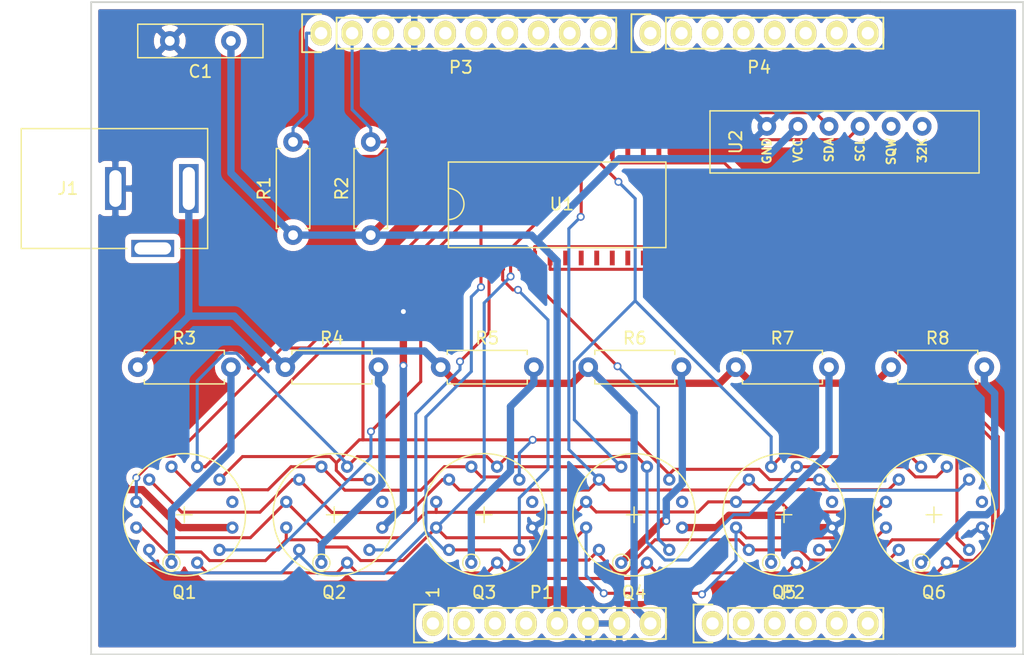
<source format=kicad_pcb>
(kicad_pcb (version 20171130) (host pcbnew "(5.1.6)-1")
  (title_block (date "lun. 30 mars 2015"))
  (layers (0 F.Cu signal) (31 B.Cu signal) (34 B.Paste user) (35 F.Paste user) (36 B.SilkS user) (37 F.SilkS user) (38 B.Mask user) (39 F.Mask user) (44 Edge.Cuts user))
  (net 0 "")
  (net 1 +5V)
  (net 2 GND)
  (net 3 "/A4(SDA)")
  (net 4 "/A5(SCL)")
  (net 5 /c)
  (net 6 /d)
  (net 7 /e)
  (net 8 /f)
  (net 9 /g)
  (net 10 /a)
  (net 11 /b)
  (net 12 "Net-(Q1-Pad3)")
  (net 13 /dp)
  (net 14 "Net-(Q1-Pad1)")
  (net 15 "Net-(Q2-Pad3)")
  (net 16 "Net-(Q2-Pad1)")
  (net 17 "Net-(Q3-Pad3)")
  (net 18 "Net-(Q3-Pad1)")
  (net 19 "Net-(Q4-Pad3)")
  (net 20 "Net-(Q4-Pad1)")
  (net 21 +12V)
  (net 22 "Net-(Q5-Pad3)")
  (net 23 "Net-(Q5-Pad1)")
  (net 24 "Net-(Q6-Pad3)")
  (net 25 "Net-(Q6-Pad1)")
  (module "#MyFootPrints:RTC_DS3231_Vertical" (layer F.Cu) (at 172.593 86.995)
    (fp_text reference U2 (at -8.89 -2.54 90) (layer F.SilkS))
    (fp_text value RTC_DS3231)
    (fp_text user GND (at -6.35 -1.79 90) (layer F.SilkS) (effects (font (size 0.7 0.7))))
    (fp_text user VCC (at -3.81 -1.856667 90) (layer F.SilkS) (effects (font (size 0.7 0.7))))
    (fp_text user SDA (at -1.27 -1.873333 90) (layer F.SilkS) (effects (font (size 0.7 0.7))))
    (fp_text user SCL (at 1.27 -1.89 90) (layer F.SilkS) (effects (font (size 0.7 0.7))))
    (fp_text user SQW (at 3.81 -1.756667 90) (layer F.SilkS) (effects (font (size 0.7 0.7))))
    (fp_text user 32K (at 6.35 -1.84 90) (layer F.SilkS) (effects (font (size 0.7 0.7))))
    (pad 2 thru_hole circle (at -3.81 -3.81) (size 1.524 1.524) (drill 0.762) (layers *.Cu *.Mask) (net 1 +5V))
    (pad 5 thru_hole circle (at 3.81 -3.81) (size 1.524 1.524) (drill 0.762) (layers *.Cu *.Mask))
    (pad 1 thru_hole circle (at -6.35 -3.81) (size 1.524 1.524) (drill 0.762) (layers *.Cu *.Mask) (net 2 GND))
    (pad 4 thru_hole circle (at 1.27 -3.81) (size 1.524 1.524) (drill 0.762) (layers *.Cu *.Mask) (net 4 "/A5(SCL)"))
    (pad 6 thru_hole circle (at 6.35 -3.81) (size 1.524 1.524) (drill 0.762) (layers *.Cu *.Mask))
    (pad 3 thru_hole circle (at -1.27 -3.81) (size 1.524 1.524) (drill 0.762) (layers *.Cu *.Mask) (net 3 "/A4(SDA)"))
  )
  (module "#MyFootPrints:DCJack_MJ-179PH" (layer F.Cu) (at 105.283 88.265)
    (fp_text reference J1 (at 3.81 0) (layer F.SilkS))
    (fp_text value Barrel_Jack_MountingPin)
    (pad MP thru_hole rect (at 10.75 4.9) (size 3.5 1.4) (drill oval 3 1) (layers *.Cu *.Mask))
    (pad 1 thru_hole rect (at 13.7 0) (size 1.6 4) (drill oval 1 3.5) (layers *.Cu *.Mask) (net 21 +12V))
    (pad 2 thru_hole rect (at 7.7 0) (size 1.7 3.5) (drill oval 1 3) (layers *.Cu *.Mask) (net 2 GND))
  )
  (module Resistor_THT:R_Axial_DIN0207_L6.3mm_D2.5mm_P7.62mm_Horizontal (layer F.Cu) (at 176.403 102.87)
    (fp_text reference R8 (at 3.81 -2.37) (layer F.SilkS))
    (fp_text value 560)
    (pad 2 thru_hole oval (at 7.62 0) (size 1.6 1.6) (drill 0.8) (layers *.Cu *.Mask) (net 25 "Net-(Q6-Pad1)"))
    (pad 1 thru_hole circle (at 0 0) (size 1.6 1.6) (drill 0.8) (layers *.Cu *.Mask) (net 21 +12V))
  )
  (module Resistor_THT:R_Axial_DIN0207_L6.3mm_D2.5mm_P7.62mm_Horizontal (layer F.Cu) (at 163.703 102.87)
    (fp_text reference R7 (at 3.81 -2.37) (layer F.SilkS))
    (fp_text value 560)
    (pad 2 thru_hole oval (at 7.62 0) (size 1.6 1.6) (drill 0.8) (layers *.Cu *.Mask) (net 23 "Net-(Q5-Pad1)"))
    (pad 1 thru_hole circle (at 0 0) (size 1.6 1.6) (drill 0.8) (layers *.Cu *.Mask) (net 21 +12V))
  )
  (module "#MyFootPrints:VFD_LD8035E" (layer F.Cu) (at 179.903 114.935)
    (fp_text reference Q6 (at 0 6.35) (layer F.SilkS))
    (fp_text value VFD_LD8035E)
    (pad 12 thru_hole circle (at -2.873682 2.873682 345) (size 1 1) (drill 0.5) (layers *.Cu *.Mask) (net 5 /c))
    (pad 11 thru_hole circle (at -3.925522 1.051841 345) (size 1 1) (drill 0.5) (layers *.Cu *.Mask) (net 6 /d))
    (pad 10 thru_hole circle (at -3.925523 -1.051841 345) (size 1 1) (drill 0.5) (layers *.Cu *.Mask) (net 7 /e))
    (pad 9 thru_hole circle (at -2.873682 -2.873682 345) (size 1 1) (drill 0.5) (layers *.Cu *.Mask) (net 8 /f))
    (pad 8 thru_hole circle (at -1.051841 -3.925522 345) (size 1 1) (drill 0.5) (layers *.Cu *.Mask) (net 9 /g))
    (pad 7 thru_hole circle (at 1.051841 -3.925523 345) (size 1 1) (drill 0.5) (layers *.Cu *.Mask) (net 10 /a))
    (pad 6 thru_hole circle (at 2.873682 -2.873682 345) (size 1 1) (drill 0.5) (layers *.Cu *.Mask) (net 11 /b))
    (pad 5 thru_hole circle (at 3.925522 -1.051841 345) (size 1 1) (drill 0.5) (layers *.Cu *.Mask))
    (pad 4 thru_hole circle (at 3.925523 1.051841 345) (size 1 1) (drill 0.5) (layers *.Cu *.Mask) (net 2 GND))
    (pad 3 thru_hole circle (at 2.873682 2.873682 345) (size 1 1) (drill 0.5) (layers *.Cu *.Mask) (net 24 "Net-(Q6-Pad3)"))
    (pad 2 thru_hole circle (at 1.051841 3.925522 345) (size 1 1) (drill 0.5) (layers *.Cu *.Mask) (net 13 /dp))
    (pad 1 thru_hole circle (at -1.051841 3.925523 345) (size 1 1) (drill 0.5) (layers *.Cu *.Mask) (net 25 "Net-(Q6-Pad1)"))
  )
  (module "#MyFootPrints:VFD_LD8035E" (layer F.Cu) (at 167.646 114.935)
    (fp_text reference Q5 (at 0 6.35) (layer F.SilkS))
    (fp_text value VFD_LD8035E)
    (pad 12 thru_hole circle (at -2.873682 2.873682 345) (size 1 1) (drill 0.5) (layers *.Cu *.Mask) (net 5 /c))
    (pad 11 thru_hole circle (at -3.925522 1.051841 345) (size 1 1) (drill 0.5) (layers *.Cu *.Mask) (net 6 /d))
    (pad 10 thru_hole circle (at -3.925523 -1.051841 345) (size 1 1) (drill 0.5) (layers *.Cu *.Mask) (net 7 /e))
    (pad 9 thru_hole circle (at -2.873682 -2.873682 345) (size 1 1) (drill 0.5) (layers *.Cu *.Mask) (net 8 /f))
    (pad 8 thru_hole circle (at -1.051841 -3.925522 345) (size 1 1) (drill 0.5) (layers *.Cu *.Mask) (net 9 /g))
    (pad 7 thru_hole circle (at 1.051841 -3.925523 345) (size 1 1) (drill 0.5) (layers *.Cu *.Mask) (net 10 /a))
    (pad 6 thru_hole circle (at 2.873682 -2.873682 345) (size 1 1) (drill 0.5) (layers *.Cu *.Mask) (net 11 /b))
    (pad 5 thru_hole circle (at 3.925522 -1.051841 345) (size 1 1) (drill 0.5) (layers *.Cu *.Mask))
    (pad 4 thru_hole circle (at 3.925523 1.051841 345) (size 1 1) (drill 0.5) (layers *.Cu *.Mask) (net 2 GND))
    (pad 3 thru_hole circle (at 2.873682 2.873682 345) (size 1 1) (drill 0.5) (layers *.Cu *.Mask) (net 22 "Net-(Q5-Pad3)"))
    (pad 2 thru_hole circle (at 1.051841 3.925522 345) (size 1 1) (drill 0.5) (layers *.Cu *.Mask) (net 13 /dp))
    (pad 1 thru_hole circle (at -1.051841 3.925523 345) (size 1 1) (drill 0.5) (layers *.Cu *.Mask) (net 23 "Net-(Q5-Pad1)"))
  )
  (module "#MyFootPrints:IC_HT16K33" (layer F.Cu) (at 140.208 93.345 90)
    (fp_text reference U1 (at 3.81 9.271) (layer F.SilkS))
    (fp_text value IC_HT16K33)
    (pad 28 smd rect (at 8.1 0.695 90) (size 1.2 0.4) (layers F.Cu F.Paste F.Mask) (net 1 +5V))
    (pad 27 smd rect (at 8.1 1.965 90) (size 1.2 0.4) (layers F.Cu F.Paste F.Mask) (net 3 "/A4(SDA)"))
    (pad 26 smd rect (at 8.1 3.235 90) (size 1.2 0.4) (layers F.Cu F.Paste F.Mask) (net 4 "/A5(SCL)"))
    (pad 25 smd rect (at 8.1 4.505 90) (size 1.2 0.4) (layers F.Cu F.Paste F.Mask) (net 10 /a))
    (pad 24 smd rect (at 8.1 5.775 90) (size 1.2 0.4) (layers F.Cu F.Paste F.Mask) (net 11 /b))
    (pad 23 smd rect (at 8.1 7.045 90) (size 1.2 0.4) (layers F.Cu F.Paste F.Mask) (net 5 /c))
    (pad 22 smd rect (at 8.1 8.315 90) (size 1.2 0.4) (layers F.Cu F.Paste F.Mask) (net 6 /d))
    (pad 21 smd rect (at 8.1 9.585 90) (size 1.2 0.4) (layers F.Cu F.Paste F.Mask) (net 7 /e))
    (pad 20 smd rect (at 8.1 10.855 90) (size 1.2 0.4) (layers F.Cu F.Paste F.Mask) (net 8 /f))
    (pad 19 smd rect (at 8.1 12.125 90) (size 1.2 0.4) (layers F.Cu F.Paste F.Mask) (net 9 /g))
    (pad 18 smd rect (at 8.1 13.395 90) (size 1.2 0.4) (layers F.Cu F.Paste F.Mask) (net 13 /dp))
    (pad 17 smd rect (at 8.1 14.665 90) (size 1.2 0.4) (layers F.Cu F.Paste F.Mask))
    (pad 16 smd rect (at 8.1 15.935 90) (size 1.2 0.4) (layers F.Cu F.Paste F.Mask))
    (pad 15 smd rect (at 8.1 17.205 90) (size 1.2 0.4) (layers F.Cu F.Paste F.Mask))
    (pad 14 smd rect (at -0.6 17.205 90) (size 1.2 0.4) (layers F.Cu F.Paste F.Mask))
    (pad 13 smd rect (at -0.6 15.935 90) (size 1.2 0.4) (layers F.Cu F.Paste F.Mask))
    (pad 12 smd rect (at -0.6 14.665 90) (size 1.2 0.4) (layers F.Cu F.Paste F.Mask))
    (pad 11 smd rect (at -0.6 13.395 90) (size 1.2 0.4) (layers F.Cu F.Paste F.Mask))
    (pad 10 smd rect (at -0.6 12.125 90) (size 1.2 0.4) (layers F.Cu F.Paste F.Mask))
    (pad 9 smd rect (at -0.6 10.855 90) (size 1.2 0.4) (layers F.Cu F.Paste F.Mask))
    (pad 8 smd rect (at -0.6 9.585 90) (size 1.2 0.4) (layers F.Cu F.Paste F.Mask))
    (pad 7 smd rect (at -0.6 8.315 90) (size 1.2 0.4) (layers F.Cu F.Paste F.Mask) (net 24 "Net-(Q6-Pad3)"))
    (pad 6 smd rect (at -0.6 7.045 90) (size 1.2 0.4) (layers F.Cu F.Paste F.Mask) (net 22 "Net-(Q5-Pad3)"))
    (pad 5 smd rect (at -0.6 5.775 90) (size 1.2 0.4) (layers F.Cu F.Paste F.Mask) (net 19 "Net-(Q4-Pad3)"))
    (pad 4 smd rect (at -0.6 4.505 90) (size 1.2 0.4) (layers F.Cu F.Paste F.Mask) (net 17 "Net-(Q3-Pad3)"))
    (pad 3 smd rect (at -0.6 3.235 90) (size 1.2 0.4) (layers F.Cu F.Paste F.Mask) (net 15 "Net-(Q2-Pad3)"))
    (pad 2 smd rect (at -0.6 1.965 90) (size 1.2 0.4) (layers F.Cu F.Paste F.Mask) (net 12 "Net-(Q1-Pad3)"))
    (pad 1 smd rect (at -0.6 0.695 90) (size 1.2 0.4) (layers F.Cu F.Paste F.Mask) (net 2 GND))
  )
  (module Resistor_THT:R_Axial_DIN0207_L6.3mm_D2.5mm_P7.62mm_Horizontal (layer F.Cu) (at 151.638 102.87)
    (fp_text reference R6 (at 3.81 -2.37) (layer F.SilkS))
    (fp_text value 560)
    (pad 2 thru_hole oval (at 7.62 0) (size 1.6 1.6) (drill 0.8) (layers *.Cu *.Mask) (net 20 "Net-(Q4-Pad1)"))
    (pad 1 thru_hole circle (at 0 0) (size 1.6 1.6) (drill 0.8) (layers *.Cu *.Mask) (net 21 +12V))
  )
  (module Resistor_THT:R_Axial_DIN0207_L6.3mm_D2.5mm_P7.62mm_Horizontal (layer F.Cu) (at 139.573 102.87)
    (fp_text reference R5 (at 3.81 -2.37) (layer F.SilkS))
    (fp_text value 560)
    (pad 2 thru_hole oval (at 7.62 0) (size 1.6 1.6) (drill 0.8) (layers *.Cu *.Mask) (net 18 "Net-(Q3-Pad1)"))
    (pad 1 thru_hole circle (at 0 0) (size 1.6 1.6) (drill 0.8) (layers *.Cu *.Mask) (net 21 +12V))
  )
  (module Resistor_THT:R_Axial_DIN0207_L6.3mm_D2.5mm_P7.62mm_Horizontal (layer F.Cu) (at 126.873 102.87)
    (fp_text reference R4 (at 3.81 -2.37) (layer F.SilkS))
    (fp_text value 560)
    (pad 2 thru_hole oval (at 7.62 0) (size 1.6 1.6) (drill 0.8) (layers *.Cu *.Mask) (net 16 "Net-(Q2-Pad1)"))
    (pad 1 thru_hole circle (at 0 0) (size 1.6 1.6) (drill 0.8) (layers *.Cu *.Mask) (net 21 +12V))
  )
  (module Resistor_THT:R_Axial_DIN0207_L6.3mm_D2.5mm_P7.62mm_Horizontal (layer F.Cu) (at 114.808 102.87)
    (fp_text reference R3 (at 3.81 -2.37) (layer F.SilkS))
    (fp_text value 560)
    (pad 2 thru_hole oval (at 7.62 0) (size 1.6 1.6) (drill 0.8) (layers *.Cu *.Mask) (net 14 "Net-(Q1-Pad1)"))
    (pad 1 thru_hole circle (at 0 0) (size 1.6 1.6) (drill 0.8) (layers *.Cu *.Mask) (net 21 +12V))
  )
  (module Resistor_THT:R_Axial_DIN0207_L6.3mm_D2.5mm_P7.62mm_Horizontal (layer F.Cu) (at 133.858 92.075 90)
    (fp_text reference R2 (at 3.81 -2.37 90) (layer F.SilkS))
    (fp_text value 4.7k)
    (pad 2 thru_hole oval (at 7.62 0 90) (size 1.6 1.6) (drill 0.8) (layers *.Cu *.Mask) (net 3 "/A4(SDA)"))
    (pad 1 thru_hole circle (at 0 0 90) (size 1.6 1.6) (drill 0.8) (layers *.Cu *.Mask) (net 1 +5V))
  )
  (module Resistor_THT:R_Axial_DIN0207_L6.3mm_D2.5mm_P7.62mm_Horizontal (layer F.Cu) (at 127.508 92.075 90)
    (fp_text reference R1 (at 3.81 -2.37 90) (layer F.SilkS))
    (fp_text value 4.7k)
    (pad 2 thru_hole oval (at 7.62 0 90) (size 1.6 1.6) (drill 0.8) (layers *.Cu *.Mask) (net 4 "/A5(SCL)"))
    (pad 1 thru_hole circle (at 0 0 90) (size 1.6 1.6) (drill 0.8) (layers *.Cu *.Mask) (net 1 +5V))
  )
  (module "#MyFootPrints:VFD_LD8035E" (layer F.Cu) (at 155.389 114.935)
    (fp_text reference Q4 (at 0 6.35) (layer F.SilkS))
    (fp_text value VFD_LD8035E)
    (pad 12 thru_hole circle (at -2.873682 2.873682 345) (size 1 1) (drill 0.5) (layers *.Cu *.Mask) (net 5 /c))
    (pad 11 thru_hole circle (at -3.925522 1.051841 345) (size 1 1) (drill 0.5) (layers *.Cu *.Mask) (net 6 /d))
    (pad 10 thru_hole circle (at -3.925523 -1.051841 345) (size 1 1) (drill 0.5) (layers *.Cu *.Mask) (net 7 /e))
    (pad 9 thru_hole circle (at -2.873682 -2.873682 345) (size 1 1) (drill 0.5) (layers *.Cu *.Mask) (net 8 /f))
    (pad 8 thru_hole circle (at -1.051841 -3.925522 345) (size 1 1) (drill 0.5) (layers *.Cu *.Mask) (net 9 /g))
    (pad 7 thru_hole circle (at 1.051841 -3.925523 345) (size 1 1) (drill 0.5) (layers *.Cu *.Mask) (net 10 /a))
    (pad 6 thru_hole circle (at 2.873682 -2.873682 345) (size 1 1) (drill 0.5) (layers *.Cu *.Mask) (net 11 /b))
    (pad 5 thru_hole circle (at 3.925522 -1.051841 345) (size 1 1) (drill 0.5) (layers *.Cu *.Mask))
    (pad 4 thru_hole circle (at 3.925523 1.051841 345) (size 1 1) (drill 0.5) (layers *.Cu *.Mask) (net 2 GND))
    (pad 3 thru_hole circle (at 2.873682 2.873682 345) (size 1 1) (drill 0.5) (layers *.Cu *.Mask) (net 19 "Net-(Q4-Pad3)"))
    (pad 2 thru_hole circle (at 1.051841 3.925522 345) (size 1 1) (drill 0.5) (layers *.Cu *.Mask) (net 13 /dp))
    (pad 1 thru_hole circle (at -1.051841 3.925523 345) (size 1 1) (drill 0.5) (layers *.Cu *.Mask) (net 20 "Net-(Q4-Pad1)"))
  )
  (module "#MyFootPrints:VFD_LD8035E" (layer F.Cu) (at 143.132 114.935)
    (fp_text reference Q3 (at 0 6.35) (layer F.SilkS))
    (fp_text value VFD_LD8035E)
    (pad 12 thru_hole circle (at -2.873682 2.873682 345) (size 1 1) (drill 0.5) (layers *.Cu *.Mask) (net 5 /c))
    (pad 11 thru_hole circle (at -3.925522 1.051841 345) (size 1 1) (drill 0.5) (layers *.Cu *.Mask) (net 6 /d))
    (pad 10 thru_hole circle (at -3.925523 -1.051841 345) (size 1 1) (drill 0.5) (layers *.Cu *.Mask) (net 7 /e))
    (pad 9 thru_hole circle (at -2.873682 -2.873682 345) (size 1 1) (drill 0.5) (layers *.Cu *.Mask) (net 8 /f))
    (pad 8 thru_hole circle (at -1.051841 -3.925522 345) (size 1 1) (drill 0.5) (layers *.Cu *.Mask) (net 9 /g))
    (pad 7 thru_hole circle (at 1.051841 -3.925523 345) (size 1 1) (drill 0.5) (layers *.Cu *.Mask) (net 10 /a))
    (pad 6 thru_hole circle (at 2.873682 -2.873682 345) (size 1 1) (drill 0.5) (layers *.Cu *.Mask) (net 11 /b))
    (pad 5 thru_hole circle (at 3.925522 -1.051841 345) (size 1 1) (drill 0.5) (layers *.Cu *.Mask))
    (pad 4 thru_hole circle (at 3.925523 1.051841 345) (size 1 1) (drill 0.5) (layers *.Cu *.Mask) (net 2 GND))
    (pad 3 thru_hole circle (at 2.873682 2.873682 345) (size 1 1) (drill 0.5) (layers *.Cu *.Mask) (net 17 "Net-(Q3-Pad3)"))
    (pad 2 thru_hole circle (at 1.051841 3.925522 345) (size 1 1) (drill 0.5) (layers *.Cu *.Mask) (net 13 /dp))
    (pad 1 thru_hole circle (at -1.051841 3.925523 345) (size 1 1) (drill 0.5) (layers *.Cu *.Mask) (net 18 "Net-(Q3-Pad1)"))
  )
  (module "#MyFootPrints:VFD_LD8035E" (layer F.Cu) (at 130.875 114.935)
    (fp_text reference Q2 (at 0 6.35) (layer F.SilkS))
    (fp_text value VFD_LD8035E)
    (pad 12 thru_hole circle (at -2.873682 2.873682 345) (size 1 1) (drill 0.5) (layers *.Cu *.Mask) (net 5 /c))
    (pad 11 thru_hole circle (at -3.925522 1.051841 345) (size 1 1) (drill 0.5) (layers *.Cu *.Mask) (net 6 /d))
    (pad 10 thru_hole circle (at -3.925523 -1.051841 345) (size 1 1) (drill 0.5) (layers *.Cu *.Mask) (net 7 /e))
    (pad 9 thru_hole circle (at -2.873682 -2.873682 345) (size 1 1) (drill 0.5) (layers *.Cu *.Mask) (net 8 /f))
    (pad 8 thru_hole circle (at -1.051841 -3.925522 345) (size 1 1) (drill 0.5) (layers *.Cu *.Mask) (net 9 /g))
    (pad 7 thru_hole circle (at 1.051841 -3.925523 345) (size 1 1) (drill 0.5) (layers *.Cu *.Mask) (net 10 /a))
    (pad 6 thru_hole circle (at 2.873682 -2.873682 345) (size 1 1) (drill 0.5) (layers *.Cu *.Mask) (net 11 /b))
    (pad 5 thru_hole circle (at 3.925522 -1.051841 345) (size 1 1) (drill 0.5) (layers *.Cu *.Mask))
    (pad 4 thru_hole circle (at 3.925523 1.051841 345) (size 1 1) (drill 0.5) (layers *.Cu *.Mask) (net 2 GND))
    (pad 3 thru_hole circle (at 2.873682 2.873682 345) (size 1 1) (drill 0.5) (layers *.Cu *.Mask) (net 15 "Net-(Q2-Pad3)"))
    (pad 2 thru_hole circle (at 1.051841 3.925522 345) (size 1 1) (drill 0.5) (layers *.Cu *.Mask) (net 13 /dp))
    (pad 1 thru_hole circle (at -1.051841 3.925523 345) (size 1 1) (drill 0.5) (layers *.Cu *.Mask) (net 16 "Net-(Q2-Pad1)"))
  )
  (module "#MyFootPrints:VFD_LD8035E" (layer F.Cu) (at 118.618 114.935)
    (fp_text reference Q1 (at 0 6.35) (layer F.SilkS))
    (fp_text value VFD_LD8035E)
    (pad 12 thru_hole circle (at -2.873682 2.873682 345) (size 1 1) (drill 0.5) (layers *.Cu *.Mask) (net 5 /c))
    (pad 11 thru_hole circle (at -3.925522 1.051841 345) (size 1 1) (drill 0.5) (layers *.Cu *.Mask) (net 6 /d))
    (pad 10 thru_hole circle (at -3.925523 -1.051841 345) (size 1 1) (drill 0.5) (layers *.Cu *.Mask) (net 7 /e))
    (pad 9 thru_hole circle (at -2.873682 -2.873682 345) (size 1 1) (drill 0.5) (layers *.Cu *.Mask) (net 8 /f))
    (pad 8 thru_hole circle (at -1.051841 -3.925522 345) (size 1 1) (drill 0.5) (layers *.Cu *.Mask) (net 9 /g))
    (pad 7 thru_hole circle (at 1.051841 -3.925523 345) (size 1 1) (drill 0.5) (layers *.Cu *.Mask) (net 10 /a))
    (pad 6 thru_hole circle (at 2.873682 -2.873682 345) (size 1 1) (drill 0.5) (layers *.Cu *.Mask) (net 11 /b))
    (pad 5 thru_hole circle (at 3.925522 -1.051841 345) (size 1 1) (drill 0.5) (layers *.Cu *.Mask))
    (pad 4 thru_hole circle (at 3.925523 1.051841 345) (size 1 1) (drill 0.5) (layers *.Cu *.Mask) (net 2 GND))
    (pad 3 thru_hole circle (at 2.873682 2.873682 345) (size 1 1) (drill 0.5) (layers *.Cu *.Mask) (net 12 "Net-(Q1-Pad3)"))
    (pad 2 thru_hole circle (at 1.051841 3.925522 345) (size 1 1) (drill 0.5) (layers *.Cu *.Mask) (net 13 /dp))
    (pad 1 thru_hole circle (at -1.051841 3.925523 345) (size 1 1) (drill 0.5) (layers *.Cu *.Mask) (net 14 "Net-(Q1-Pad1)"))
  )
  (module Capacitor_THT:C_Disc_D10.0mm_W2.5mm_P5.00mm (layer F.Cu) (at 122.428 76.2 180)
    (fp_text reference C1 (at 2.5 -2.5) (layer F.SilkS))
    (fp_text value 0.1u)
    (pad 2 thru_hole circle (at 5 0 180) (size 1.6 1.6) (drill 0.8) (layers *.Cu *.Mask) (net 2 GND))
    (pad 1 thru_hole circle (at 0 0 180) (size 1.6 1.6) (drill 0.8) (layers *.Cu *.Mask) (net 1 +5V))
  )
  (module Socket_Arduino_Uno:Socket_Strip_Arduino_1x08 (layer F.Cu) (at 138.938 123.825)
    (fp_text reference P1 (at 8.89 -2.54) (layer F.SilkS))
    (fp_text value Power)
    (pad 8 thru_hole oval (at 17.78 0) (size 1.7272 2.032) (drill 1.016) (layers *.Cu *.Mask F.SilkS) (net 21 +12V))
    (pad 7 thru_hole oval (at 15.24 0) (size 1.7272 2.032) (drill 1.016) (layers *.Cu *.Mask F.SilkS) (net 2 GND))
    (pad 6 thru_hole oval (at 12.7 0) (size 1.7272 2.032) (drill 1.016) (layers *.Cu *.Mask F.SilkS) (net 2 GND))
    (pad 5 thru_hole oval (at 10.16 0) (size 1.7272 2.032) (drill 1.016) (layers *.Cu *.Mask F.SilkS) (net 1 +5V))
    (pad 4 thru_hole oval (at 7.62 0) (size 1.7272 2.032) (drill 1.016) (layers *.Cu *.Mask F.SilkS))
    (pad 3 thru_hole oval (at 5.08 0) (size 1.7272 2.032) (drill 1.016) (layers *.Cu *.Mask F.SilkS))
    (pad 2 thru_hole oval (at 2.54 0) (size 1.7272 2.032) (drill 1.016) (layers *.Cu *.Mask F.SilkS))
    (pad 1 thru_hole oval (at 0 0) (size 1.7272 2.032) (drill 1.016) (layers *.Cu *.Mask F.SilkS))
  )
  (module Socket_Arduino_Uno:Socket_Strip_Arduino_1x06 (layer F.Cu) (at 161.798 123.825)
    (fp_text reference P2 (at 6.604 -2.54) (layer F.SilkS))
    (fp_text value Analog)
    (pad 6 thru_hole oval (at 12.7 0) (size 1.7272 2.032) (drill 1.016) (layers *.Cu *.Mask F.SilkS))
    (pad 5 thru_hole oval (at 10.16 0) (size 1.7272 2.032) (drill 1.016) (layers *.Cu *.Mask F.SilkS))
    (pad 4 thru_hole oval (at 7.62 0) (size 1.7272 2.032) (drill 1.016) (layers *.Cu *.Mask F.SilkS))
    (pad 3 thru_hole oval (at 5.08 0) (size 1.7272 2.032) (drill 1.016) (layers *.Cu *.Mask F.SilkS))
    (pad 2 thru_hole oval (at 2.54 0) (size 1.7272 2.032) (drill 1.016) (layers *.Cu *.Mask F.SilkS))
    (pad 1 thru_hole oval (at 0 0) (size 1.7272 2.032) (drill 1.016) (layers *.Cu *.Mask F.SilkS))
  )
  (module Socket_Arduino_Uno:Socket_Strip_Arduino_1x10 (layer F.Cu) (at 129.794 75.565)
    (fp_text reference P3 (at 11.43 2.794) (layer F.SilkS))
    (fp_text value Digital)
    (pad 10 thru_hole oval (at 22.86 0) (size 1.7272 2.032) (drill 1.016) (layers *.Cu *.Mask F.SilkS))
    (pad 9 thru_hole oval (at 20.32 0) (size 1.7272 2.032) (drill 1.016) (layers *.Cu *.Mask F.SilkS))
    (pad 8 thru_hole oval (at 17.78 0) (size 1.7272 2.032) (drill 1.016) (layers *.Cu *.Mask F.SilkS))
    (pad 7 thru_hole oval (at 15.24 0) (size 1.7272 2.032) (drill 1.016) (layers *.Cu *.Mask F.SilkS))
    (pad 6 thru_hole oval (at 12.7 0) (size 1.7272 2.032) (drill 1.016) (layers *.Cu *.Mask F.SilkS))
    (pad 5 thru_hole oval (at 10.16 0) (size 1.7272 2.032) (drill 1.016) (layers *.Cu *.Mask F.SilkS))
    (pad 4 thru_hole oval (at 7.62 0) (size 1.7272 2.032) (drill 1.016) (layers *.Cu *.Mask F.SilkS) (net 2 GND))
    (pad 3 thru_hole oval (at 5.08 0) (size 1.7272 2.032) (drill 1.016) (layers *.Cu *.Mask F.SilkS))
    (pad 2 thru_hole oval (at 2.54 0) (size 1.7272 2.032) (drill 1.016) (layers *.Cu *.Mask F.SilkS) (net 3 "/A4(SDA)"))
    (pad 1 thru_hole oval (at 0 0) (size 1.7272 2.032) (drill 1.016) (layers *.Cu *.Mask F.SilkS) (net 4 "/A5(SCL)"))
  )
  (module Socket_Arduino_Uno:Socket_Strip_Arduino_1x08 (layer F.Cu) (at 156.718 75.565)
    (fp_text reference P4 (at 8.89 2.794) (layer F.SilkS))
    (fp_text value Digital)
    (pad 8 thru_hole oval (at 17.78 0) (size 1.7272 2.032) (drill 1.016) (layers *.Cu *.Mask F.SilkS))
    (pad 7 thru_hole oval (at 15.24 0) (size 1.7272 2.032) (drill 1.016) (layers *.Cu *.Mask F.SilkS))
    (pad 6 thru_hole oval (at 12.7 0) (size 1.7272 2.032) (drill 1.016) (layers *.Cu *.Mask F.SilkS))
    (pad 5 thru_hole oval (at 10.16 0) (size 1.7272 2.032) (drill 1.016) (layers *.Cu *.Mask F.SilkS))
    (pad 4 thru_hole oval (at 7.62 0) (size 1.7272 2.032) (drill 1.016) (layers *.Cu *.Mask F.SilkS))
    (pad 3 thru_hole oval (at 5.08 0) (size 1.7272 2.032) (drill 1.016) (layers *.Cu *.Mask F.SilkS))
    (pad 2 thru_hole oval (at 2.54 0) (size 1.7272 2.032) (drill 1.016) (layers *.Cu *.Mask F.SilkS))
    (pad 1 thru_hole oval (at 0 0) (size 1.7272 2.032) (drill 1.016) (layers *.Cu *.Mask F.SilkS))
  )
  (gr_line (start 187.198 73.025) (end 175.514 73.025) (layer Edge.Cuts) (width 0.15))
  (gr_line (start 187.198 126.365) (end 187.198 73.025) (layer Edge.Cuts) (width 0.15))
  (gr_line (start 177.038 126.365) (end 187.198 126.365) (layer Edge.Cuts) (width 0.15))
  (gr_text 1 (at 138.938 121.285 90) (layer F.SilkS) (effects (font (size 1 1))))
  (gr_line (start 110.998 126.365) (end 177.038 126.365) (angle 90) (layer Edge.Cuts) (width 0.15))
  (gr_line (start 110.998 73.025) (end 110.998 126.365) (angle 90) (layer Edge.Cuts) (width 0.15))
  (gr_line (start 175.514 73.025) (end 110.998 73.025) (angle 90) (layer Edge.Cuts) (width 0.15))
  (segment (start 133.858 92.075) (end 127.508 92.075) (width 0.6) (layer B.Cu) (net 1))
  (segment (start 147.4597 92.5456) (end 146.989 92.075) (width 0.6) (layer B.Cu) (net 1))
  (segment (start 146.989 92.075) (end 133.858 92.075) (width 0.6) (layer B.Cu) (net 1))
  (segment (start 147.4597 92.5456) (end 149.098 94.184) (width 0.6) (layer B.Cu) (net 1))
  (segment (start 149.098 94.184) (end 149.098 122.3087) (width 0.6) (layer B.Cu) (net 1))
  (segment (start 147.4597 92.5456) (end 154.1792 85.8261) (width 0.6) (layer B.Cu) (net 1))
  (segment (start 154.1792 85.8261) (end 166.1419 85.8261) (width 0.6) (layer B.Cu) (net 1))
  (segment (start 166.1419 85.8261) (end 168.783 83.185) (width 0.6) (layer B.Cu) (net 1))
  (segment (start 149.098 123.825) (end 149.098 122.3087) (width 0.6) (layer B.Cu) (net 1))
  (segment (start 140.903 86.3453) (end 139.5877 86.3453) (width 0.6) (layer F.Cu) (net 1))
  (segment (start 139.5877 86.3453) (end 133.858 92.075) (width 0.6) (layer F.Cu) (net 1))
  (segment (start 122.428 76.2) (end 122.428 86.995) (width 0.6) (layer B.Cu) (net 1))
  (segment (start 122.428 86.995) (end 127.508 92.075) (width 0.6) (layer B.Cu) (net 1))
  (segment (start 140.903 85.245) (end 140.903 86.3453) (width 0.6) (layer F.Cu) (net 1))
  (segment (start 115.172478 112.883158) (end 113.557842 112.883158) (width 0.6) (layer F.Cu) (net 2))
  (segment (start 122.543523 115.986841) (end 118.276161 115.986841) (width 0.6) (layer F.Cu) (net 2))
  (segment (start 118.276161 115.986841) (end 115.172478 112.883158) (width 0.6) (layer F.Cu) (net 2))
  (segment (start 136.525 102.743) (end 136.525 102.743) (width 0.6) (layer B.Cu) (net 2))
  (via (at 136.525 102.743) (size 0.65) (drill 0.4) (layers F.Cu B.Cu) (net 2))
  (segment (start 136.525 98.323) (end 140.903 93.945) (width 0.6) (layer F.Cu) (net 2))
  (segment (start 136.525 102.743) (end 136.525 98.323) (width 0.6) (layer F.Cu) (net 2))
  (segment (start 136.525 114.262364) (end 134.800523 115.986841) (width 0.6) (layer B.Cu) (net 2))
  (segment (start 136.525 102.743) (end 136.525 114.262364) (width 0.6) (layer B.Cu) (net 2))
  (segment (start 136.525 98.323) (end 136.525 98.323) (width 0.6) (layer F.Cu) (net 2))
  (via (at 136.525 98.323) (size 0.65) (drill 0.4) (layers F.Cu B.Cu) (net 2))
  (segment (start 167.569943 114.98684) (end 168.569944 115.986841) (width 0.6) (layer F.Cu) (net 2))
  (segment (start 168.569944 115.986841) (end 171.571523 115.986841) (width 0.6) (layer F.Cu) (net 2))
  (segment (start 163.14316 114.98684) (end 167.569943 114.98684) (width 0.6) (layer F.Cu) (net 2))
  (segment (start 162.143159 115.986841) (end 163.14316 114.98684) (width 0.6) (layer F.Cu) (net 2))
  (segment (start 159.314523 115.986841) (end 162.143159 115.986841) (width 0.6) (layer F.Cu) (net 2))
  (segment (start 133.858 84.455) (end 133.858 83.3297) (width 0.25) (layer B.Cu) (net 3))
  (segment (start 132.334 75.565) (end 132.334 81.8057) (width 0.25) (layer B.Cu) (net 3))
  (segment (start 132.334 81.8057) (end 133.858 83.3297) (width 0.25) (layer B.Cu) (net 3))
  (segment (start 142.173 84.3197) (end 144.4271 82.0656) (width 0.25) (layer F.Cu) (net 3))
  (segment (start 144.4271 82.0656) (end 170.2036 82.0656) (width 0.25) (layer F.Cu) (net 3))
  (segment (start 170.2036 82.0656) (end 171.323 83.185) (width 0.25) (layer F.Cu) (net 3))
  (segment (start 134.9833 84.455) (end 135.574 83.8643) (width 0.25) (layer F.Cu) (net 3))
  (segment (start 135.574 83.8643) (end 141.7176 83.8643) (width 0.25) (layer F.Cu) (net 3))
  (segment (start 141.7176 83.8643) (end 142.173 84.3197) (width 0.25) (layer F.Cu) (net 3))
  (segment (start 142.173 85.245) (end 142.173 84.3197) (width 0.25) (layer F.Cu) (net 3))
  (segment (start 133.858 84.455) (end 134.9833 84.455) (width 0.25) (layer F.Cu) (net 3))
  (segment (start 127.508 84.455) (end 127.508 83.3297) (width 0.25) (layer B.Cu) (net 4))
  (segment (start 129.794 75.565) (end 128.6051 75.565) (width 0.25) (layer B.Cu) (net 4))
  (segment (start 128.6051 75.565) (end 128.6051 82.2326) (width 0.25) (layer B.Cu) (net 4))
  (segment (start 128.6051 82.2326) (end 127.508 83.3297) (width 0.25) (layer B.Cu) (net 4))
  (segment (start 143.443 85.245) (end 143.443 84.3197) (width 0.25) (layer F.Cu) (net 4))
  (segment (start 143.443 84.3197) (end 143.8934 83.8693) (width 0.25) (layer F.Cu) (net 4))
  (segment (start 143.8934 83.8693) (end 161.1087 83.8693) (width 0.25) (layer F.Cu) (net 4))
  (segment (start 161.1087 83.8693) (end 161.5118 84.2724) (width 0.25) (layer F.Cu) (net 4))
  (segment (start 161.5118 84.2724) (end 172.7756 84.2724) (width 0.25) (layer F.Cu) (net 4))
  (segment (start 172.7756 84.2724) (end 173.863 83.185) (width 0.25) (layer F.Cu) (net 4))
  (segment (start 128.6333 84.455) (end 129.8191 85.6408) (width 0.25) (layer F.Cu) (net 4))
  (segment (start 129.8191 85.6408) (end 134.4344 85.6408) (width 0.25) (layer F.Cu) (net 4))
  (segment (start 134.4344 85.6408) (end 135.7581 84.3171) (width 0.25) (layer F.Cu) (net 4))
  (segment (start 135.7581 84.3171) (end 141.2359 84.3171) (width 0.25) (layer F.Cu) (net 4))
  (segment (start 141.2359 84.3171) (end 141.5284 84.6096) (width 0.25) (layer F.Cu) (net 4))
  (segment (start 141.5284 84.6096) (end 141.5284 85.9343) (width 0.25) (layer F.Cu) (net 4))
  (segment (start 141.5284 85.9343) (end 141.7645 86.1704) (width 0.25) (layer F.Cu) (net 4))
  (segment (start 141.7645 86.1704) (end 142.5176 86.1704) (width 0.25) (layer F.Cu) (net 4))
  (segment (start 142.5176 86.1704) (end 143.443 85.245) (width 0.25) (layer F.Cu) (net 4))
  (segment (start 127.508 84.455) (end 128.6333 84.455) (width 0.25) (layer F.Cu) (net 4))
  (segment (start 147.253 85.245) (end 147.253 86.1703) (width 0.25) (layer F.Cu) (net 5))
  (segment (start 128.0013 118.2219) (end 128.0013 117.8087) (width 0.25) (layer B.Cu) (net 5))
  (segment (start 138.3655 116.3143) (end 134.9478 119.732) (width 0.25) (layer B.Cu) (net 5))
  (segment (start 134.9478 119.732) (end 129.5114 119.732) (width 0.25) (layer B.Cu) (net 5))
  (segment (start 129.5114 119.732) (end 128.0013 118.2219) (width 0.25) (layer B.Cu) (net 5))
  (segment (start 115.7443 117.8087) (end 115.7443 118.2894) (width 0.25) (layer B.Cu) (net 5))
  (segment (start 115.7443 118.2894) (end 117.1408 119.6859) (width 0.25) (layer B.Cu) (net 5))
  (segment (start 117.1408 119.6859) (end 126.5373 119.6859) (width 0.25) (layer B.Cu) (net 5))
  (segment (start 126.5373 119.6859) (end 128.0013 118.2219) (width 0.25) (layer B.Cu) (net 5))
  (segment (start 138.3655 116.3143) (end 139.8599 117.8087) (width 0.25) (layer B.Cu) (net 5))
  (segment (start 139.8599 117.8087) (end 140.2583 117.8087) (width 0.25) (layer B.Cu) (net 5))
  (segment (start 142.8695 96.3258) (end 142.0795 97.1158) (width 0.25) (layer B.Cu) (net 5))
  (segment (start 142.0795 97.1158) (end 142.0795 103.2251) (width 0.25) (layer B.Cu) (net 5))
  (segment (start 142.0795 103.2251) (end 138.3655 106.9391) (width 0.25) (layer B.Cu) (net 5))
  (segment (start 138.3655 106.9391) (end 138.3655 116.3143) (width 0.25) (layer B.Cu) (net 5))
  (segment (start 147.253 86.1703) (end 142.8695 90.5538) (width 0.25) (layer F.Cu) (net 5))
  (segment (start 142.8695 90.5538) (end 142.8695 96.3258) (width 0.25) (layer F.Cu) (net 5))
  (segment (start 152.3059 118.0181) (end 152.5153 117.8087) (width 0.25) (layer F.Cu) (net 5))
  (segment (start 140.2583 117.8087) (end 144.4197 117.8087) (width 0.25) (layer F.Cu) (net 5))
  (segment (start 144.4197 117.8087) (end 145.2576 118.6466) (width 0.25) (layer F.Cu) (net 5))
  (segment (start 145.2576 118.6466) (end 151.6774 118.6466) (width 0.25) (layer F.Cu) (net 5))
  (segment (start 151.6774 118.6466) (end 152.3059 118.0181) (width 0.25) (layer F.Cu) (net 5))
  (segment (start 152.3059 118.0181) (end 153.9736 119.6859) (width 0.25) (layer F.Cu) (net 5))
  (segment (start 153.9736 119.6859) (end 154.6871 119.6859) (width 0.25) (layer F.Cu) (net 5))
  (segment (start 154.6871 119.6859) (end 155.257 119.116) (width 0.25) (layer F.Cu) (net 5))
  (segment (start 155.257 119.116) (end 155.257 118.8251) (width 0.25) (layer F.Cu) (net 5))
  (segment (start 155.257 118.8251) (end 157.0988 116.9833) (width 0.25) (layer F.Cu) (net 5))
  (segment (start 157.0988 116.9833) (end 163.9469 116.9833) (width 0.25) (layer F.Cu) (net 5))
  (segment (start 163.9469 116.9833) (end 164.7723 117.8087) (width 0.25) (layer F.Cu) (net 5))
  (segment (start 164.7723 117.8087) (end 168.9337 117.8087) (width 0.25) (layer F.Cu) (net 5))
  (segment (start 168.9337 117.8087) (end 169.7664 118.6414) (width 0.25) (layer F.Cu) (net 5))
  (segment (start 169.7664 118.6414) (end 176.1966 118.6414) (width 0.25) (layer F.Cu) (net 5))
  (segment (start 176.1966 118.6414) (end 177.0293 117.8087) (width 0.25) (layer F.Cu) (net 5))
  (via (at 142.8695 96.3258) (size 0.65) (layers F.Cu B.Cu) (net 5))
  (segment (start 145.2924 95.4553) (end 143.132 97.6157) (width 0.25) (layer B.Cu) (net 6))
  (segment (start 143.132 97.6157) (end 143.132 112.0613) (width 0.25) (layer B.Cu) (net 6))
  (segment (start 143.132 112.0613) (end 139.2065 115.9868) (width 0.25) (layer B.Cu) (net 6))
  (segment (start 148.523 85.245) (end 148.523 89.9545) (width 0.25) (layer F.Cu) (net 6))
  (segment (start 148.523 89.9545) (end 145.2924 93.1851) (width 0.25) (layer F.Cu) (net 6))
  (segment (start 145.2924 93.1851) (end 145.2924 95.4553) (width 0.25) (layer F.Cu) (net 6))
  (segment (start 151.4635 115.9868) (end 151.4635 119.9138) (width 0.25) (layer B.Cu) (net 6))
  (segment (start 151.4635 119.9138) (end 152.908 121.3583) (width 0.25) (layer B.Cu) (net 6))
  (segment (start 152.908 121.3583) (end 152.908 121.3583) (width 0.25) (layer B.Cu) (net 6))
  (segment (start 163.7205 118.6605) (end 163.7205 115.9868) (width 0.25) (layer B.Cu) (net 6))
  (segment (start 139.2065 115.9868) (end 140.0342 116.8145) (width 0.25) (layer F.Cu) (net 6))
  (segment (start 140.0342 116.8145) (end 150.6358 116.8145) (width 0.25) (layer F.Cu) (net 6))
  (segment (start 150.6358 116.8145) (end 151.4635 115.9868) (width 0.25) (layer F.Cu) (net 6))
  (segment (start 163.7205 115.9868) (end 164.5598 116.8261) (width 0.25) (layer F.Cu) (net 6))
  (segment (start 164.5598 116.8261) (end 175.1382 116.8261) (width 0.25) (layer F.Cu) (net 6))
  (segment (start 175.1382 116.8261) (end 175.9775 115.9868) (width 0.25) (layer F.Cu) (net 6))
  (segment (start 126.9495 116.9834) (end 129.4121 116.9834) (width 0.25) (layer F.Cu) (net 6))
  (segment (start 129.4121 116.9834) (end 130.0039 117.5752) (width 0.25) (layer F.Cu) (net 6))
  (segment (start 130.0039 117.5752) (end 131.9292 117.5752) (width 0.25) (layer F.Cu) (net 6))
  (segment (start 131.9292 117.5752) (end 133.0362 118.6822) (width 0.25) (layer F.Cu) (net 6))
  (segment (start 133.0362 118.6822) (end 136.5111 118.6822) (width 0.25) (layer F.Cu) (net 6))
  (segment (start 136.5111 118.6822) (end 139.2065 115.9868) (width 0.25) (layer F.Cu) (net 6))
  (segment (start 114.6925 115.9868) (end 115.1226 115.9868) (width 0.25) (layer F.Cu) (net 6))
  (segment (start 115.1226 115.9868) (end 117.1153 117.9795) (width 0.25) (layer F.Cu) (net 6))
  (segment (start 117.1153 117.9795) (end 119.9771 117.9795) (width 0.25) (layer F.Cu) (net 6))
  (segment (start 119.9771 117.9795) (end 120.6834 118.6858) (width 0.25) (layer F.Cu) (net 6))
  (segment (start 120.6834 118.6858) (end 125.2471 118.6858) (width 0.25) (layer F.Cu) (net 6))
  (segment (start 125.2471 118.6858) (end 126.9495 116.9834) (width 0.25) (layer F.Cu) (net 6))
  (segment (start 126.9495 116.9834) (end 126.9495 115.9868) (width 0.25) (layer F.Cu) (net 6))
  (via (at 145.2924 95.4553) (size 0.65) (layers F.Cu B.Cu) (net 6))
  (via (at 152.908 121.3583) (size 0.65) (drill 0.4) (layers F.Cu B.Cu) (net 6))
  (segment (start 160.939 121.442) (end 163.7205 118.6605) (width 0.25) (layer B.Cu) (net 6))
  (via (at 160.939 121.442) (size 0.65) (drill 0.4) (layers F.Cu B.Cu) (net 6))
  (segment (start 160.8553 121.3583) (end 160.939 121.442) (width 0.25) (layer F.Cu) (net 6))
  (segment (start 152.908 121.3583) (end 160.8553 121.3583) (width 0.25) (layer F.Cu) (net 6))
  (segment (start 151.4635 113.8832) (end 152.3005 114.7202) (width 0.25) (layer F.Cu) (net 7))
  (segment (start 139.2065 114.7378) (end 150.6089 114.7378) (width 0.25) (layer F.Cu) (net 7))
  (segment (start 150.6089 114.7378) (end 151.4635 113.8832) (width 0.25) (layer F.Cu) (net 7))
  (segment (start 149.793 85.245) (end 149.793 84.3197) (width 0.25) (layer F.Cu) (net 7))
  (segment (start 149.793 84.3197) (end 144.3773 84.3197) (width 0.25) (layer F.Cu) (net 7))
  (segment (start 144.3773 84.3197) (end 144.1876 84.5094) (width 0.25) (layer F.Cu) (net 7))
  (segment (start 144.1876 84.5094) (end 144.1876 85.8325) (width 0.25) (layer F.Cu) (net 7))
  (segment (start 144.1876 85.8325) (end 128.7163 101.3038) (width 0.25) (layer F.Cu) (net 7))
  (segment (start 128.7163 101.3038) (end 126.5948 101.3038) (width 0.25) (layer F.Cu) (net 7))
  (segment (start 126.5948 101.3038) (end 117.7534 110.1452) (width 0.25) (layer F.Cu) (net 7))
  (segment (start 117.7534 110.1452) (end 116.4558 110.1452) (width 0.25) (layer F.Cu) (net 7))
  (segment (start 116.4558 110.1452) (end 114.6925 111.9085) (width 0.25) (layer F.Cu) (net 7))
  (segment (start 175.1477 114.713) (end 175.9775 113.8832) (width 0.25) (layer F.Cu) (net 7))
  (segment (start 114.6925 113.8832) (end 117.6215 116.8122) (width 0.25) (layer F.Cu) (net 7))
  (segment (start 117.6215 116.8122) (end 124.0205 116.8122) (width 0.25) (layer F.Cu) (net 7))
  (segment (start 124.0205 116.8122) (end 126.9495 113.8832) (width 0.25) (layer F.Cu) (net 7))
  (segment (start 139.2065 114.7378) (end 139.2065 113.8832) (width 0.25) (layer F.Cu) (net 7))
  (segment (start 126.9495 113.8832) (end 129.8817 116.8154) (width 0.25) (layer F.Cu) (net 7))
  (segment (start 129.8817 116.8154) (end 136.2743 116.8154) (width 0.25) (layer F.Cu) (net 7))
  (segment (start 136.2743 116.8154) (end 138.3519 114.7378) (width 0.25) (layer F.Cu) (net 7))
  (segment (start 138.3519 114.7378) (end 139.2065 114.7378) (width 0.25) (layer F.Cu) (net 7))
  (segment (start 114.6925 111.9085) (end 114.6925 111.9085) (width 0.25) (layer F.Cu) (net 7))
  (via (at 114.6925 111.9085) (size 0.65) (drill 0.4) (layers F.Cu B.Cu) (net 7))
  (segment (start 114.6925 113.883136) (end 114.692477 113.883159) (width 0.25) (layer B.Cu) (net 7))
  (segment (start 114.6925 111.9085) (end 114.6925 113.883136) (width 0.25) (layer B.Cu) (net 7))
  (segment (start 171.85816 114.70816) (end 168.17516 114.70816) (width 0.25) (layer F.Cu) (net 7))
  (segment (start 175.1477 114.713) (end 171.863 114.713) (width 0.25) (layer F.Cu) (net 7))
  (segment (start 171.863 114.713) (end 171.85816 114.70816) (width 0.25) (layer F.Cu) (net 7))
  (segment (start 167.350159 113.883159) (end 163.720477 113.883159) (width 0.25) (layer F.Cu) (net 7))
  (segment (start 168.17516 114.70816) (end 167.350159 113.883159) (width 0.25) (layer F.Cu) (net 7))
  (segment (start 163.720477 113.883159) (end 161.452841 113.883159) (width 0.25) (layer F.Cu) (net 7))
  (segment (start 152.31254 114.70816) (end 152.3005 114.7202) (width 0.25) (layer F.Cu) (net 7))
  (segment (start 160.62784 114.70816) (end 152.31254 114.70816) (width 0.25) (layer F.Cu) (net 7))
  (segment (start 161.452841 113.883159) (end 160.62784 114.70816) (width 0.25) (layer F.Cu) (net 7))
  (segment (start 152.5153 112.0613) (end 151.6617 112.9149) (width 0.25) (layer F.Cu) (net 8))
  (segment (start 151.6617 112.9149) (end 141.1119 112.9149) (width 0.25) (layer F.Cu) (net 8))
  (segment (start 141.1119 112.9149) (end 140.2583 112.0613) (width 0.25) (layer F.Cu) (net 8))
  (segment (start 152.5153 112.0613) (end 153.3653 112.9113) (width 0.25) (layer F.Cu) (net 8))
  (segment (start 153.3653 112.9113) (end 163.9223 112.9113) (width 0.25) (layer F.Cu) (net 8))
  (segment (start 163.9223 112.9113) (end 164.7723 112.0613) (width 0.25) (layer F.Cu) (net 8))
  (segment (start 151.023 90.5782) (end 150.0529 91.5483) (width 0.25) (layer B.Cu) (net 8))
  (segment (start 150.0529 91.5483) (end 150.0529 109.5989) (width 0.25) (layer B.Cu) (net 8))
  (segment (start 150.0529 109.5989) (end 152.5153 112.0613) (width 0.25) (layer B.Cu) (net 8))
  (segment (start 151.063 85.245) (end 151.063 90.5382) (width 0.25) (layer F.Cu) (net 8))
  (segment (start 151.063 90.5382) (end 151.023 90.5782) (width 0.25) (layer F.Cu) (net 8))
  (segment (start 128.0013 112.0613) (end 130.6924 114.7524) (width 0.25) (layer F.Cu) (net 8))
  (segment (start 130.6924 114.7524) (end 137.0357 114.7524) (width 0.25) (layer F.Cu) (net 8))
  (segment (start 137.0357 114.7524) (end 139.7268 112.0613) (width 0.25) (layer F.Cu) (net 8))
  (segment (start 139.7268 112.0613) (end 140.2583 112.0613) (width 0.25) (layer F.Cu) (net 8))
  (segment (start 164.7723 112.0613) (end 165.5983 112.8873) (width 0.25) (layer F.Cu) (net 8))
  (segment (start 165.5983 112.8873) (end 176.2033 112.8873) (width 0.25) (layer F.Cu) (net 8))
  (segment (start 176.2033 112.8873) (end 177.0293 112.0613) (width 0.25) (layer F.Cu) (net 8))
  (segment (start 115.7443 112.0613) (end 118.4074 114.7244) (width 0.25) (layer F.Cu) (net 8))
  (segment (start 118.4074 114.7244) (end 124.8009 114.7244) (width 0.25) (layer F.Cu) (net 8))
  (segment (start 124.8009 114.7244) (end 127.464 112.0613) (width 0.25) (layer F.Cu) (net 8))
  (segment (start 127.464 112.0613) (end 128.0013 112.0613) (width 0.25) (layer F.Cu) (net 8))
  (via (at 151.023 90.5782) (size 0.65) (layers F.Cu B.Cu) (net 8))
  (segment (start 152.333 85.245) (end 152.333 86.1703) (width 0.25) (layer F.Cu) (net 9))
  (segment (start 155.4764 97.4401) (end 166.5942 108.5579) (width 0.25) (layer B.Cu) (net 9))
  (segment (start 166.5942 108.5579) (end 166.5942 111.0095) (width 0.25) (layer B.Cu) (net 9))
  (segment (start 154.3372 111.0095) (end 150.5045 107.1768) (width 0.25) (layer B.Cu) (net 9))
  (segment (start 150.5045 107.1768) (end 150.5045 102.412) (width 0.25) (layer B.Cu) (net 9))
  (segment (start 150.5045 102.412) (end 155.4764 97.4401) (width 0.25) (layer B.Cu) (net 9))
  (segment (start 154.1054 87.7147) (end 155.4764 89.0857) (width 0.25) (layer B.Cu) (net 9))
  (segment (start 155.4764 89.0857) (end 155.4764 97.4401) (width 0.25) (layer B.Cu) (net 9))
  (segment (start 152.333 86.1703) (end 152.561 86.1703) (width 0.25) (layer F.Cu) (net 9))
  (segment (start 152.561 86.1703) (end 154.1054 87.7147) (width 0.25) (layer F.Cu) (net 9))
  (segment (start 129.8232 111.0095) (end 131.7415 112.9278) (width 0.25) (layer F.Cu) (net 9))
  (segment (start 131.7415 112.9278) (end 137.9534 112.9278) (width 0.25) (layer F.Cu) (net 9))
  (segment (start 137.9534 112.9278) (end 139.8717 111.0095) (width 0.25) (layer F.Cu) (net 9))
  (segment (start 139.8717 111.0095) (end 142.0802 111.0095) (width 0.25) (layer F.Cu) (net 9))
  (segment (start 117.5662 111.0095) (end 119.4502 112.8935) (width 0.25) (layer F.Cu) (net 9))
  (segment (start 119.4502 112.8935) (end 125.4548 112.8935) (width 0.25) (layer F.Cu) (net 9))
  (segment (start 125.4548 112.8935) (end 127.3388 111.0095) (width 0.25) (layer F.Cu) (net 9))
  (segment (start 127.3388 111.0095) (end 129.8232 111.0095) (width 0.25) (layer F.Cu) (net 9))
  (segment (start 142.0802 111.0095) (end 142.916 111.8453) (width 0.25) (layer F.Cu) (net 9))
  (segment (start 142.916 111.8453) (end 144.6357 111.8453) (width 0.25) (layer F.Cu) (net 9))
  (segment (start 144.6357 111.8453) (end 145.4715 111.0095) (width 0.25) (layer F.Cu) (net 9))
  (segment (start 145.4715 111.0095) (end 154.3372 111.0095) (width 0.25) (layer F.Cu) (net 9))
  (segment (start 166.5942 111.0095) (end 167.4207 110.183) (width 0.25) (layer F.Cu) (net 9))
  (segment (start 167.4207 110.183) (end 178.0247 110.183) (width 0.25) (layer F.Cu) (net 9))
  (segment (start 178.0247 110.183) (end 178.8512 111.0095) (width 0.25) (layer F.Cu) (net 9))
  (via (at 154.1054 87.7147) (size 0.65) (layers F.Cu B.Cu) (net 9))
  (segment (start 119.6698 111.0095) (end 119.6698 103.991) (width 0.25) (layer B.Cu) (net 10))
  (segment (start 119.6698 103.991) (end 121.9313 101.7295) (width 0.25) (layer B.Cu) (net 10))
  (segment (start 121.9313 101.7295) (end 122.888 101.7295) (width 0.25) (layer B.Cu) (net 10))
  (segment (start 122.888 101.7295) (end 131.9268 110.7683) (width 0.25) (layer B.Cu) (net 10))
  (segment (start 131.9268 110.7683) (end 131.9268 111.0095) (width 0.25) (layer B.Cu) (net 10))
  (segment (start 119.6698 111.0095) (end 120.3251 111.0095) (width 0.25) (layer F.Cu) (net 10))
  (segment (start 120.3251 111.0095) (end 144.713 86.6216) (width 0.25) (layer F.Cu) (net 10))
  (segment (start 144.713 86.6216) (end 144.713 85.245) (width 0.25) (layer F.Cu) (net 10))
  (segment (start 131.9268 111.0095) (end 132.7522 110.1841) (width 0.25) (layer F.Cu) (net 10))
  (segment (start 132.7522 110.1841) (end 143.3584 110.1841) (width 0.25) (layer F.Cu) (net 10))
  (segment (start 143.3584 110.1841) (end 144.1838 111.0095) (width 0.25) (layer F.Cu) (net 10))
  (segment (start 156.4408 111.0095) (end 156.4408 117.1681) (width 0.25) (layer B.Cu) (net 10))
  (segment (start 156.4408 117.1681) (end 157.9108 118.6381) (width 0.25) (layer B.Cu) (net 10))
  (segment (start 157.9108 118.6381) (end 159.8144 118.6381) (width 0.25) (layer B.Cu) (net 10))
  (segment (start 159.8144 118.6381) (end 163.5175 114.935) (width 0.25) (layer B.Cu) (net 10))
  (segment (start 163.5175 114.935) (end 164.7723 114.935) (width 0.25) (layer B.Cu) (net 10))
  (segment (start 164.7723 114.935) (end 168.6978 111.0095) (width 0.25) (layer B.Cu) (net 10))
  (segment (start 156.4408 111.0095) (end 155.6096 110.1783) (width 0.25) (layer F.Cu) (net 10))
  (segment (start 155.6096 110.1783) (end 145.015 110.1783) (width 0.25) (layer F.Cu) (net 10))
  (segment (start 145.015 110.1783) (end 144.1838 111.0095) (width 0.25) (layer F.Cu) (net 10))
  (segment (start 180.9548 111.0095) (end 180.1249 111.8394) (width 0.25) (layer F.Cu) (net 10))
  (segment (start 180.1249 111.8394) (end 178.3935 111.8394) (width 0.25) (layer F.Cu) (net 10))
  (segment (start 178.3935 111.8394) (end 177.5636 111.0095) (width 0.25) (layer F.Cu) (net 10))
  (segment (start 177.5636 111.0095) (end 168.6978 111.0095) (width 0.25) (layer F.Cu) (net 10))
  (segment (start 133.2229 108.8106) (end 147.0938 108.8106) (width 0.25) (layer F.Cu) (net 11))
  (segment (start 131.0424 110.6928) (end 132.9246 108.8106) (width 0.25) (layer F.Cu) (net 11))
  (segment (start 132.9246 108.8106) (end 133.2229 108.8106) (width 0.25) (layer F.Cu) (net 11))
  (segment (start 145.983 85.245) (end 145.983 86.542) (width 0.25) (layer F.Cu) (net 11))
  (segment (start 145.983 86.542) (end 133.2229 99.3021) (width 0.25) (layer F.Cu) (net 11))
  (segment (start 133.2229 99.3021) (end 133.2229 108.8106) (width 0.25) (layer F.Cu) (net 11))
  (segment (start 146.0057 112.0613) (end 146.0057 109.8987) (width 0.25) (layer B.Cu) (net 11))
  (segment (start 146.0057 109.8987) (end 147.0938 108.8106) (width 0.25) (layer B.Cu) (net 11))
  (segment (start 131.0424 110.6928) (end 131.0424 111.3106) (width 0.25) (layer F.Cu) (net 11))
  (segment (start 131.0424 111.3106) (end 131.7931 112.0613) (width 0.25) (layer F.Cu) (net 11))
  (segment (start 131.7931 112.0613) (end 133.7487 112.0613) (width 0.25) (layer F.Cu) (net 11))
  (segment (start 121.4917 112.0613) (end 123.3745 110.1785) (width 0.25) (layer F.Cu) (net 11))
  (segment (start 123.3745 110.1785) (end 130.5281 110.1785) (width 0.25) (layer F.Cu) (net 11))
  (segment (start 130.5281 110.1785) (end 131.0424 110.6928) (width 0.25) (layer F.Cu) (net 11))
  (segment (start 170.5197 112.0613) (end 171.3916 112.9332) (width 0.25) (layer B.Cu) (net 11))
  (segment (start 171.3916 112.9332) (end 181.9048 112.9332) (width 0.25) (layer B.Cu) (net 11))
  (segment (start 181.9048 112.9332) (end 182.7767 112.0613) (width 0.25) (layer B.Cu) (net 11))
  (segment (start 158.2627 111.621) (end 155.4523 108.8106) (width 0.25) (layer F.Cu) (net 11))
  (segment (start 155.4523 108.8106) (end 147.0938 108.8106) (width 0.25) (layer F.Cu) (net 11))
  (segment (start 158.2627 111.621) (end 158.2627 112.0613) (width 0.25) (layer F.Cu) (net 11))
  (segment (start 170.5197 112.0613) (end 166.458 112.0613) (width 0.25) (layer F.Cu) (net 11))
  (segment (start 166.458 112.0613) (end 165.6191 111.2224) (width 0.25) (layer F.Cu) (net 11))
  (segment (start 165.6191 111.2224) (end 158.6613 111.2224) (width 0.25) (layer F.Cu) (net 11))
  (segment (start 158.6613 111.2224) (end 158.2627 111.621) (width 0.25) (layer F.Cu) (net 11))
  (via (at 147.0938 108.8106) (size 0.65) (layers F.Cu B.Cu) (net 11))
  (segment (start 142.173 93.945) (end 142.173 94.8703) (width 0.25) (layer F.Cu) (net 12))
  (segment (start 133.8733 108.1268) (end 133.8733 110.2569) (width 0.25) (layer B.Cu) (net 12))
  (segment (start 133.8733 110.2569) (end 126.3215 117.8087) (width 0.25) (layer B.Cu) (net 12))
  (segment (start 126.3215 117.8087) (end 121.4917 117.8087) (width 0.25) (layer B.Cu) (net 12))
  (segment (start 142.173 94.8703) (end 137.9424 99.1009) (width 0.25) (layer F.Cu) (net 12))
  (segment (start 137.9424 99.1009) (end 137.9424 104.0577) (width 0.25) (layer F.Cu) (net 12))
  (segment (start 137.9424 104.0577) (end 133.8733 108.1268) (width 0.25) (layer F.Cu) (net 12))
  (via (at 133.8733 108.1268) (size 0.65) (layers F.Cu B.Cu) (net 12))
  (segment (start 156.4408 118.8605) (end 155.1556 120.1457) (width 0.25) (layer F.Cu) (net 13))
  (segment (start 155.1556 120.1457) (end 145.469 120.1457) (width 0.25) (layer F.Cu) (net 13))
  (segment (start 145.469 120.1457) (end 144.1838 118.8605) (width 0.25) (layer F.Cu) (net 13))
  (segment (start 144.1838 118.8605) (end 143.3552 119.6891) (width 0.25) (layer F.Cu) (net 13))
  (segment (start 143.3552 119.6891) (end 132.7554 119.6891) (width 0.25) (layer F.Cu) (net 13))
  (segment (start 132.7554 119.6891) (end 131.9268 118.8605) (width 0.25) (layer F.Cu) (net 13))
  (segment (start 119.6698 118.8605) (end 120.4952 119.6859) (width 0.25) (layer F.Cu) (net 13))
  (segment (start 120.4952 119.6859) (end 131.1014 119.6859) (width 0.25) (layer F.Cu) (net 13))
  (segment (start 131.1014 119.6859) (end 131.9268 118.8605) (width 0.25) (layer F.Cu) (net 13))
  (segment (start 168.6978 118.8605) (end 167.8725 119.6858) (width 0.25) (layer F.Cu) (net 13))
  (segment (start 167.8725 119.6858) (end 157.2661 119.6858) (width 0.25) (layer F.Cu) (net 13))
  (segment (start 157.2661 119.6858) (end 156.4408 118.8605) (width 0.25) (layer F.Cu) (net 13))
  (segment (start 153.603 85.245) (end 153.603 86.1703) (width 0.25) (layer F.Cu) (net 13))
  (segment (start 153.603 86.1703) (end 162.7728 86.1703) (width 0.25) (layer F.Cu) (net 13))
  (segment (start 162.7728 86.1703) (end 185.1615 108.559) (width 0.25) (layer F.Cu) (net 13))
  (segment (start 185.1615 108.559) (end 185.1615 117.3035) (width 0.25) (layer F.Cu) (net 13))
  (segment (start 185.1615 117.3035) (end 183.3279 119.1371) (width 0.25) (layer F.Cu) (net 13))
  (segment (start 183.3279 119.1371) (end 181.2314 119.1371) (width 0.25) (layer F.Cu) (net 13))
  (segment (start 181.2314 119.1371) (end 180.9548 118.8605) (width 0.25) (layer F.Cu) (net 13))
  (segment (start 180.9548 118.8605) (end 180.1045 119.7108) (width 0.25) (layer F.Cu) (net 13))
  (segment (start 180.1045 119.7108) (end 169.5481 119.7108) (width 0.25) (layer F.Cu) (net 13))
  (segment (start 169.5481 119.7108) (end 168.6978 118.8605) (width 0.25) (layer F.Cu) (net 13))
  (segment (start 117.5662 118.8605) (end 117.5662 114.572) (width 0.6) (layer B.Cu) (net 14))
  (segment (start 117.5662 114.572) (end 122.428 109.7102) (width 0.6) (layer B.Cu) (net 14))
  (segment (start 122.428 109.7102) (end 122.428 102.87) (width 0.6) (layer B.Cu) (net 14))
  (segment (start 143.443 93.945) (end 143.443 94.8703) (width 0.25) (layer F.Cu) (net 15))
  (segment (start 134.1655 117.8087) (end 133.7487 117.8087) (width 0.25) (layer B.Cu) (net 15))
  (segment (start 143.443 94.8703) (end 143.5297 94.957) (width 0.25) (layer F.Cu) (net 15))
  (segment (start 143.5297 94.957) (end 143.5297 100.0351) (width 0.25) (layer F.Cu) (net 15))
  (segment (start 143.5297 100.0351) (end 141.1547 102.4101) (width 0.25) (layer F.Cu) (net 15))
  (via (at 141.1547 102.4101) (size 0.65) (layers F.Cu B.Cu) (net 15))
  (segment (start 135.294618 117.808682) (end 133.748682 117.808682) (width 0.25) (layer B.Cu) (net 15))
  (segment (start 137.541 115.5623) (end 135.294618 117.808682) (width 0.25) (layer B.Cu) (net 15))
  (segment (start 137.541 106.68) (end 137.541 115.5623) (width 0.25) (layer B.Cu) (net 15))
  (segment (start 141.1547 102.4101) (end 141.1547 103.0663) (width 0.25) (layer B.Cu) (net 15))
  (segment (start 141.1547 103.0663) (end 137.541 106.68) (width 0.25) (layer B.Cu) (net 15))
  (segment (start 134.493 102.87) (end 134.493 104.1703) (width 0.6) (layer B.Cu) (net 16))
  (segment (start 129.8232 118.8605) (end 129.8232 117.4018) (width 0.6) (layer B.Cu) (net 16))
  (segment (start 129.8232 117.4018) (end 134.7718 112.4532) (width 0.6) (layer B.Cu) (net 16))
  (segment (start 134.7718 112.4532) (end 134.7718 104.4491) (width 0.6) (layer B.Cu) (net 16))
  (segment (start 134.7718 104.4491) (end 134.493 104.1703) (width 0.6) (layer B.Cu) (net 16))
  (segment (start 144.713 93.945) (end 144.713 94.8703) (width 0.25) (layer F.Cu) (net 17))
  (segment (start 144.713 94.8703) (end 144.6421 94.9412) (width 0.25) (layer F.Cu) (net 17))
  (segment (start 144.6421 94.9412) (end 144.6421 95.7247) (width 0.25) (layer F.Cu) (net 17))
  (segment (start 144.6421 95.7247) (end 145.4662 96.5488) (width 0.25) (layer F.Cu) (net 17))
  (segment (start 145.4662 96.5488) (end 145.8949 96.5488) (width 0.25) (layer F.Cu) (net 17))
  (segment (start 145.8949 96.5488) (end 148.3495 99.0034) (width 0.25) (layer B.Cu) (net 17))
  (segment (start 148.3495 99.0034) (end 148.3495 111.224) (width 0.25) (layer B.Cu) (net 17))
  (segment (start 148.3495 111.224) (end 146.0057 113.5678) (width 0.25) (layer B.Cu) (net 17))
  (segment (start 146.0057 113.5678) (end 146.0057 117.8087) (width 0.25) (layer B.Cu) (net 17))
  (via (at 145.8949 96.5488) (size 0.65) (layers F.Cu B.Cu) (net 17))
  (segment (start 147.193 102.87) (end 147.193 104.1703) (width 0.6) (layer B.Cu) (net 18))
  (segment (start 142.0802 118.8605) (end 142.0802 114.572) (width 0.6) (layer B.Cu) (net 18))
  (segment (start 142.0802 114.572) (end 145.2822 111.37) (width 0.6) (layer B.Cu) (net 18))
  (segment (start 145.2822 111.37) (end 145.2822 106.0811) (width 0.6) (layer B.Cu) (net 18))
  (segment (start 145.2822 106.0811) (end 147.193 104.1703) (width 0.6) (layer B.Cu) (net 18))
  (segment (start 145.983 93.945) (end 145.983 94.8703) (width 0.25) (layer F.Cu) (net 19))
  (segment (start 154.0317 102.7974) (end 157.3697 106.1354) (width 0.25) (layer B.Cu) (net 19))
  (segment (start 157.3697 106.1354) (end 157.3697 116.9157) (width 0.25) (layer B.Cu) (net 19))
  (segment (start 157.3697 116.9157) (end 158.2627 117.8087) (width 0.25) (layer B.Cu) (net 19))
  (segment (start 145.983 94.8703) (end 146.1046 94.8703) (width 0.25) (layer F.Cu) (net 19))
  (segment (start 146.1046 94.8703) (end 154.0317 102.7974) (width 0.25) (layer F.Cu) (net 19))
  (via (at 154.0317 102.7974) (size 0.65) (layers F.Cu B.Cu) (net 19))
  (segment (start 159.258 102.87) (end 159.258 104.1703) (width 0.6) (layer B.Cu) (net 20))
  (segment (start 158.0201 115.4417) (end 158.0201 113.7188) (width 0.6) (layer B.Cu) (net 20))
  (segment (start 158.0201 113.7188) (end 159.3294 112.4095) (width 0.6) (layer B.Cu) (net 20))
  (segment (start 159.3294 112.4095) (end 159.3294 104.2417) (width 0.6) (layer B.Cu) (net 20))
  (segment (start 159.3294 104.2417) (end 159.258 104.1703) (width 0.6) (layer B.Cu) (net 20))
  (segment (start 154.3372 118.8605) (end 157.7559 115.4418) (width 0.6) (layer F.Cu) (net 20))
  (segment (start 157.7559 115.4418) (end 158.0201 115.4418) (width 0.6) (layer F.Cu) (net 20))
  (segment (start 158.0201 115.4418) (end 158.0201 115.4417) (width 0.6) (layer F.Cu) (net 20))
  (via (at 158.0201 115.4417) (size 0.65) (layers F.Cu B.Cu) (net 20))
  (segment (start 151.638 102.87) (end 152.9532 104.1852) (width 0.6) (layer F.Cu) (net 21))
  (segment (start 152.9532 104.1852) (end 162.3878 104.1852) (width 0.6) (layer F.Cu) (net 21))
  (segment (start 162.3878 104.1852) (end 163.703 102.87) (width 0.6) (layer F.Cu) (net 21))
  (segment (start 151.638 102.87) (end 150.3174 104.1906) (width 0.6) (layer F.Cu) (net 21))
  (segment (start 150.3174 104.1906) (end 140.8936 104.1906) (width 0.6) (layer F.Cu) (net 21))
  (segment (start 140.8936 104.1906) (end 139.573 102.87) (width 0.6) (layer F.Cu) (net 21))
  (segment (start 139.573 102.87) (end 138.2504 101.5474) (width 0.6) (layer B.Cu) (net 21))
  (segment (start 138.2504 101.5474) (end 128.1956 101.5474) (width 0.6) (layer B.Cu) (net 21))
  (segment (start 128.1956 101.5474) (end 126.873 102.87) (width 0.6) (layer B.Cu) (net 21))
  (segment (start 156.718 123.825) (end 155.3891 122.4961) (width 0.6) (layer B.Cu) (net 21))
  (segment (start 155.3891 122.4961) (end 155.3891 106.6211) (width 0.6) (layer B.Cu) (net 21))
  (segment (start 155.3891 106.6211) (end 151.638 102.87) (width 0.6) (layer B.Cu) (net 21))
  (segment (start 163.703 102.87) (end 165.013 104.18) (width 0.6) (layer F.Cu) (net 21))
  (segment (start 165.013 104.18) (end 175.093 104.18) (width 0.6) (layer F.Cu) (net 21))
  (segment (start 175.093 104.18) (end 176.403 102.87) (width 0.6) (layer F.Cu) (net 21))
  (segment (start 118.983 98.695) (end 118.983 88.265) (width 0.6) (layer B.Cu) (net 21))
  (segment (start 114.808 102.87) (end 118.983 98.695) (width 0.6) (layer B.Cu) (net 21))
  (segment (start 126.873 102.87) (end 122.698 98.695) (width 0.6) (layer B.Cu) (net 21))
  (segment (start 122.698 98.695) (end 118.983 98.695) (width 0.6) (layer B.Cu) (net 21))
  (segment (start 147.253 93.945) (end 147.253 93.0197) (width 0.25) (layer F.Cu) (net 22))
  (segment (start 147.253 93.0197) (end 168.9029 93.0197) (width 0.25) (layer F.Cu) (net 22))
  (segment (start 168.9029 93.0197) (end 184.6966 108.8134) (width 0.25) (layer F.Cu) (net 22))
  (segment (start 184.6966 108.8134) (end 184.6966 117.1065) (width 0.25) (layer F.Cu) (net 22))
  (segment (start 184.6966 117.1065) (end 183.1419 118.6612) (width 0.25) (layer F.Cu) (net 22))
  (segment (start 183.1419 118.6612) (end 182.3416 118.6612) (width 0.25) (layer F.Cu) (net 22))
  (segment (start 182.3416 118.6612) (end 180.6637 116.9833) (width 0.25) (layer F.Cu) (net 22))
  (segment (start 180.6637 116.9833) (end 176.4971 116.9833) (width 0.25) (layer F.Cu) (net 22))
  (segment (start 176.4971 116.9833) (end 175.6717 117.8087) (width 0.25) (layer F.Cu) (net 22))
  (segment (start 175.6717 117.8087) (end 170.5197 117.8087) (width 0.25) (layer F.Cu) (net 22))
  (segment (start 166.5942 118.8605) (end 166.5942 114.572) (width 0.6) (layer B.Cu) (net 23))
  (segment (start 166.5942 114.572) (end 171.323 109.8432) (width 0.6) (layer B.Cu) (net 23))
  (segment (start 171.323 109.8432) (end 171.323 102.87) (width 0.6) (layer B.Cu) (net 23))
  (segment (start 148.523 93.945) (end 148.523 94.8703) (width 0.25) (layer F.Cu) (net 24))
  (segment (start 148.523 94.8703) (end 170.0556 94.8703) (width 0.25) (layer F.Cu) (net 24))
  (segment (start 170.0556 94.8703) (end 181.7802 106.5949) (width 0.25) (layer F.Cu) (net 24))
  (segment (start 181.7802 106.5949) (end 181.7802 116.8122) (width 0.25) (layer F.Cu) (net 24))
  (segment (start 181.7802 116.8122) (end 182.7767 117.8087) (width 0.25) (layer F.Cu) (net 24))
  (segment (start 184.023 102.87) (end 184.023 104.1703) (width 0.6) (layer B.Cu) (net 25))
  (segment (start 178.8512 118.8605) (end 182.7767 114.935) (width 0.6) (layer B.Cu) (net 25))
  (segment (start 182.7767 114.935) (end 184.2196 114.935) (width 0.6) (layer B.Cu) (net 25))
  (segment (start 184.2196 114.935) (end 184.8673 114.2873) (width 0.6) (layer B.Cu) (net 25))
  (segment (start 184.8673 114.2873) (end 184.8673 105.0146) (width 0.6) (layer B.Cu) (net 25))
  (segment (start 184.8673 105.0146) (end 184.023 104.1703) (width 0.6) (layer B.Cu) (net 25))
  (zone (net 2) (net_name GND) (layer F.Cu) (connect_pads (clearance 0.508)) (min_thickness 0.254) (fill yes (arc_segments 32) (thermal_gap 0.508) (thermal_bridge_width 0.508))
    (polygon (pts (xy 187.198 126.365) (xy 110.998 126.365) (xy 110.998 73.025) (xy 187.198 73.025)))
  )
  (zone (net 0) (net_name "") (layer F.Cu) (connect_pads (clearance 0.508)) (min_thickness 0.254)
    (keepout (tracks allowed) (vias allowed) (copperpour not_allowed))
    (fill (arc_segments 32) (thermal_gap 0.508) (thermal_bridge_width 0.508))
    (polygon (pts (xy 136.906 115.57) (xy 135.89 116.586) (xy 133.985 116.586) (xy 133.985 115.062) (xy 136.906 115.062)))
  )
  (zone (net 0) (net_name "") (layer B.Cu) (connect_pads (clearance 0.508)) (min_thickness 0.254)
    (keepout (tracks allowed) (vias allowed) (copperpour not_allowed))
    (fill (arc_segments 32) (thermal_gap 0.508) (thermal_bridge_width 0.508))
    (polygon (pts (xy 134.62 114.681) (xy 135.128 115.189) (xy 135.636 115.316) (xy 135.763 115.57) (xy 134.747 116.586) (xy 134.112 116.967) (xy 133.477 117.094) (xy 132.969 117.475) (xy 132.969 117.729) (xy 132.842 118.237) (xy 131.826 117.983) (xy 131.318 118.237) (xy 130.937 118.872) (xy 130.429 118.237) (xy 130.429 117.729) (xy 133.731 114.3)))
  )
  (zone (net 0) (net_name "") (layer B.Cu) (connect_pads (clearance 0.508)) (min_thickness 0.254)
    (keepout (tracks allowed) (vias allowed) (copperpour not_allowed))
    (fill (arc_segments 32) (thermal_gap 0.508) (thermal_bridge_width 0.508))
    (polygon (pts (xy 130.302 109.728) (xy 129.159 110.49) (xy 128.905 111.506) (xy 127.762 111.252) (xy 127.127 112.014) (xy 127.508 112.903) (xy 126.492 113.284) (xy 126.238 114.046) (xy 126.873 114.935) (xy 126.111 115.951) (xy 126.619 116.967) (xy 126.238 117.475) (xy 121.92 117.348) (xy 120.269 118.491) (xy 118.11 118.999) (xy 118.11 114.935) (xy 122.936 109.982) (xy 123.063 103.886) (xy 123.698 103.251)))
  )
  (zone (net 0) (net_name "") (layer F.Cu) (connect_pads (clearance 0.508)) (min_thickness 0.254)
    (keepout (tracks allowed) (vias allowed) (copperpour not_allowed))
    (fill (arc_segments 32) (thermal_gap 0.508) (thermal_bridge_width 0.508))
    (polygon (pts (xy 150.495 116.459) (xy 146.304 116.459) (xy 146.304 115.062) (xy 150.876 115.062)))
  )
  (zone (net 0) (net_name "") (layer F.Cu) (connect_pads (clearance 0.508)) (min_thickness 0.254)
    (keepout (tracks allowed) (vias allowed) (copperpour not_allowed))
    (fill (arc_segments 32) (thermal_gap 0.508) (thermal_bridge_width 0.508))
    (polygon (pts (xy 184.404 117.094) (xy 182.753 117.094) (xy 182.245 116.713) (xy 182.245 112.903) (xy 183.515 112.903)))
  )
  (zone (net 0) (net_name "") (layer F.Cu) (connect_pads (clearance 0.508)) (min_thickness 0.254)
    (keepout (tracks allowed) (vias allowed) (copperpour not_allowed))
    (fill (arc_segments 32) (thermal_gap 0.508) (thermal_bridge_width 0.508))
    (polygon (pts (xy 116.078 112.903) (xy 118.237 115.062) (xy 123.825 115.062) (xy 123.825 116.586) (xy 117.856 116.459) (xy 115.316 113.919) (xy 114.935 113.157) (xy 114.935 112.776)))
  )
  (zone (net 2) (net_name GND) (layer B.Cu) (connect_pads (clearance 0.508)) (min_thickness 0.254) (fill yes (arc_segments 32) (thermal_gap 0.508) (thermal_bridge_width 0.508))
    (polygon (pts (xy 187.198 126.365) (xy 110.998 126.365) (xy 110.998 73.025) (xy 187.198 73.025)))
  )
  (zone (net 0) (net_name "") (layer B.Cu) (connect_pads (clearance 0.508)) (min_thickness 0.254)
    (keepout (tracks allowed) (vias allowed) (copperpour not_allowed))
    (fill (arc_segments 32) (thermal_gap 0.508) (thermal_bridge_width 0.508))
    (polygon (pts (xy 138.43 103.124) (xy 139.446 104.14) (xy 137.16 106.68) (xy 137.033 115.316) (xy 135.89 116.586) (xy 134.874 114.808) (xy 135.382 104.013) (xy 135.636 102.235) (xy 138.049 102.108)))
  )
  (zone (net 0) (net_name "") (layer B.Cu) (connect_pads (clearance 0.508)) (min_thickness 0.254)
    (keepout (tracks allowed) (vias allowed) (copperpour not_allowed))
    (fill (arc_segments 32) (thermal_gap 0.508) (thermal_bridge_width 0.508))
    (polygon (pts (xy 165.608 108.458) (xy 159.893 117.729) (xy 157.861 116.84) (xy 159.766 112.649) (xy 159.766 103.886) (xy 160.274 103.251)))
  )
  (zone (net 0) (net_name "") (layer F.Cu) (connect_pads (clearance 0.508)) (min_thickness 0.254)
    (keepout (tracks allowed) (vias allowed) (copperpour not_allowed))
    (fill (arc_segments 32) (thermal_gap 0.508) (thermal_bridge_width 0.508))
    (polygon (pts (xy 141.224 95.25) (xy 137.668 98.679) (xy 137.541 103.886) (xy 133.731 107.442) (xy 133.731 99.568) (xy 141.224 92.202)))
  )
  (zone (net 0) (net_name "") (layer F.Cu) (connect_pads (clearance 0.508)) (min_thickness 0.254)
    (keepout (tracks allowed) (vias allowed) (copperpour not_allowed))
    (fill (arc_segments 32) (thermal_gap 0.508) (thermal_bridge_width 0.508))
    (polygon (pts (xy 157.353 120.142) (xy 162.306 120.142) (xy 161.544 120.904) (xy 155.448 121.031) (xy 155.321 120.65) (xy 156.21 119.761) (xy 156.464 119.634)))
  )
  (zone (net 0) (net_name "") (layer F.Cu) (connect_pads (clearance 0.508)) (min_thickness 0.254)
    (keepout (tracks allowed) (vias allowed) (copperpour not_allowed))
    (fill (arc_segments 32) (thermal_gap 0.508) (thermal_bridge_width 0.508))
    (polygon (pts (xy 181.483 106.68) (xy 181.356 109.982) (xy 180.086 111.125) (xy 178.308 109.982) (xy 167.386 109.855) (xy 166.116 110.744) (xy 158.115 110.998) (xy 155.575 108.458) (xy 134.239 108.331) (xy 138.684 103.759) (xy 140.462 104.648) (xy 174.371 104.775) (xy 177.673 103.251)))
  )
  (zone (net 0) (net_name "") (layer F.Cu) (connect_pads (clearance 0.508)) (min_thickness 0.254)
    (keepout (tracks allowed) (vias allowed) (copperpour not_allowed))
    (fill (arc_segments 32) (thermal_gap 0.508) (thermal_bridge_width 0.508))
    (polygon (pts (xy 176.657 115.062) (xy 176.657 116.586) (xy 158.115 116.459) (xy 158.623 115.062) (xy 164.846 114.935)))
  )
)
</source>
